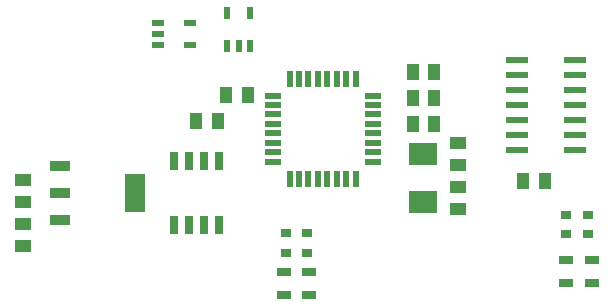
<source format=gtp>
G04*
G04 #@! TF.GenerationSoftware,Altium Limited,Altium Designer,20.2.3 (150)*
G04*
G04 Layer_Color=8421504*
%FSLAX25Y25*%
%MOIN*%
G70*
G04*
G04 #@! TF.SameCoordinates,FEE7AC8F-F901-45B1-A19B-458FA38B073B*
G04*
G04*
G04 #@! TF.FilePolarity,Positive*
G04*
G01*
G75*
%ADD16R,0.02756X0.06102*%
%ADD17R,0.02362X0.03937*%
%ADD18R,0.03937X0.05315*%
%ADD19R,0.09449X0.07480*%
%ADD20R,0.05315X0.03937*%
%ADD21R,0.02362X0.05807*%
%ADD22R,0.05807X0.02362*%
%ADD23R,0.06890X0.12598*%
%ADD24R,0.06890X0.03740*%
%ADD25R,0.07800X0.02200*%
%ADD26R,0.04921X0.02953*%
%ADD27R,0.03347X0.02756*%
%ADD28R,0.03937X0.02362*%
D16*
X359500Y278772D02*
D03*
X354500D02*
D03*
X349500D02*
D03*
X344500D02*
D03*
Y300228D02*
D03*
X349500D02*
D03*
X354500D02*
D03*
X359500D02*
D03*
D17*
X362260Y349413D02*
D03*
X369740D02*
D03*
Y338587D02*
D03*
X366000D02*
D03*
X362260D02*
D03*
D18*
X351858Y313500D02*
D03*
X359142D02*
D03*
X424000Y312644D02*
D03*
X431284D02*
D03*
X369180Y322178D02*
D03*
X361897D02*
D03*
X424000Y321322D02*
D03*
X431284D02*
D03*
X424000Y330000D02*
D03*
X431284D02*
D03*
X468142Y293500D02*
D03*
X460858D02*
D03*
D19*
X427500Y302571D02*
D03*
Y286429D02*
D03*
D20*
X439273Y306224D02*
D03*
Y298940D02*
D03*
Y284357D02*
D03*
Y291640D02*
D03*
X294000Y271858D02*
D03*
Y279142D02*
D03*
Y293725D02*
D03*
Y286442D02*
D03*
D21*
X405024Y294315D02*
D03*
X401874D02*
D03*
X398724D02*
D03*
X395575D02*
D03*
X392425D02*
D03*
X389276D02*
D03*
X386126D02*
D03*
X382976D02*
D03*
Y327685D02*
D03*
X386126D02*
D03*
X389276D02*
D03*
X392425D02*
D03*
X395575D02*
D03*
X398724D02*
D03*
X401874D02*
D03*
X405024D02*
D03*
D22*
X377315Y299976D02*
D03*
Y303126D02*
D03*
Y306276D02*
D03*
Y309425D02*
D03*
Y312575D02*
D03*
Y315724D02*
D03*
Y318874D02*
D03*
Y322024D02*
D03*
X410685D02*
D03*
Y318874D02*
D03*
Y315724D02*
D03*
Y312575D02*
D03*
Y309425D02*
D03*
Y306276D02*
D03*
Y303126D02*
D03*
Y299976D02*
D03*
D23*
X331402Y289500D02*
D03*
D24*
X306598Y280445D02*
D03*
Y289500D02*
D03*
Y298555D02*
D03*
D25*
X458800Y334000D02*
D03*
Y329000D02*
D03*
Y324000D02*
D03*
Y319000D02*
D03*
Y314000D02*
D03*
Y309000D02*
D03*
Y304000D02*
D03*
X478200D02*
D03*
Y309000D02*
D03*
Y314000D02*
D03*
Y319000D02*
D03*
Y324000D02*
D03*
Y329000D02*
D03*
Y334000D02*
D03*
D26*
X483642Y259378D02*
D03*
Y267252D02*
D03*
X475142Y259441D02*
D03*
Y267315D02*
D03*
X381142Y255441D02*
D03*
Y263315D02*
D03*
X389426Y255441D02*
D03*
Y263315D02*
D03*
D27*
X475142Y275781D02*
D03*
Y282277D02*
D03*
X482500Y275752D02*
D03*
Y282248D02*
D03*
X381642Y269532D02*
D03*
Y276029D02*
D03*
X388851Y269532D02*
D03*
Y276029D02*
D03*
D28*
X339087Y346240D02*
D03*
Y342500D02*
D03*
Y338760D02*
D03*
X349913D02*
D03*
Y346240D02*
D03*
M02*

</source>
